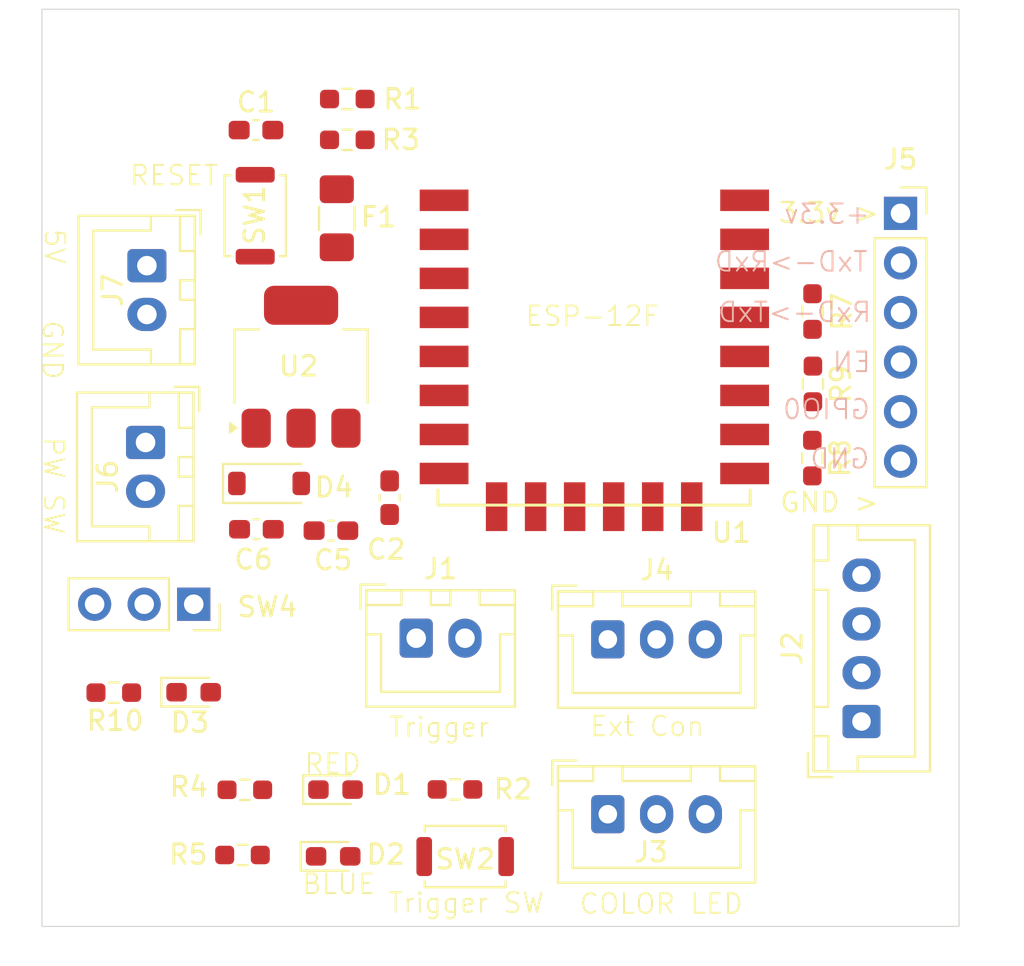
<source format=kicad_pcb>
(kicad_pcb (version 20241229) (generator "pcbnew") (generator_version "9.0")
  (layers (0 "F.Cu" signal) (2 "B.Cu" signal) (13 "F.Paste" user) (15 "B.Paste" user) (5 "F.SilkS" user "F.Silkscreen") (7 "B.SilkS" user "B.Silkscreen") (1 "F.Mask" user) (3 "B.Mask" user) (25 "Edge.Cuts" user))
  (net 0 "")
  (net 2 "GND")
  (net 3 "+3.3V")
  (net 4 "Net-(D1-A)")
  (net 5 "Net-(D2-A)")
  (net 9 "/GPIO14")
  (net 10 "/ADC")
  (net 11 "Net-(D4-A)")
  (net 13 "/GPIO5")
  (net 15 "/GPIO4")
  (net 16 "Net-(J7-Pin_1)")
  (net 17 "Net-(J1-Pin_1)")
  (net 18 "Net-(U1-REST)")
  (net 19 "VCC")
  (net 20 "Net-(U1-GPIO15)")
  (net 21 "Net-(U1-GPIO2)")
  (net 22 "+5V")
  (net 23 "EN")
  (net 24 "Net-(D3-A)")
  (net 25 "Net-(J3-Pin_1)")
  (net 26 "Net-(J3-Pin_3)")
  (net 27 "GPIO0")
  (net 29 "RxD")
  (net 30 "TxD")
  (footprint "Connector_JST:JST_XH_B3B-XH-A_1x03_P2.50mm_Vertical" (layer "F.Cu") (at 124 72.29)
    (property "Reference" "J4" (at 2.5 -3.55 0) (layer "F.SilkS"))
    (property "Value" "Ext_Con")
    (fp_line (start -2.85 -2.75) (end -2.85 -1.5) (stroke (width 0.12)) (layer "F.SilkS"))
    (fp_line (start -2.56 -2.46) (end -2.56 3.51) (stroke (width 0.12)) (layer "F.SilkS"))
    (fp_line (start -2.56 3.51) (end 7.56 3.51) (stroke (width 0.12)) (layer "F.SilkS"))
    (fp_line (start -2.55 -2.45) (end -2.55 -1.7) (stroke (width 0.12)) (layer "F.SilkS"))
    (fp_line (start -2.55 -1.7) (end -0.75 -1.7) (stroke (width 0.12)) (layer "F.SilkS"))
    (fp_line (start -2.55 -0.2) (end -1.8 -0.2) (stroke (width 0.12)) (layer "F.SilkS"))
    (fp_line (start -1.8 -0.2) (end -1.8 2.75) (stroke (width 0.12)) (layer "F.SilkS"))
    (fp_line (start -1.8 2.75) (end 2.5 2.75) (stroke (width 0.12)) (layer "F.SilkS"))
    (fp_line (start -1.6 -2.75) (end -2.85 -2.75) (stroke (width 0.12)) (layer "F.SilkS"))
    (fp_line (start -0.75 -2.45) (end -2.55 -2.45) (stroke (width 0.12)) (layer "F.SilkS"))
    (fp_line (start -0.75 -1.7) (end -0.75 -2.45) (stroke (width 0.12)) (layer "F.SilkS"))
    (fp_line (start 0.75 -2.45) (end 0.75 -1.7) (stroke (width 0.12)) (layer "F.SilkS"))
    (fp_line (start 0.75 -1.7) (end 4.25 -1.7) (stroke (width 0.12)) (layer "F.SilkS"))
    (fp_line (start 4.25 -2.45) (end 0.75 -2.45) (stroke (width 0.12)) (layer "F.SilkS"))
    (fp_line (start 4.25 -1.7) (end 4.25 -2.45) (stroke (width 0.12)) (layer "F.SilkS"))
    (fp_line (start 5.75 -2.45) (end 5.75 -1.7) (stroke (width 0.12)) (layer "F.SilkS"))
    (fp_line (start 5.75 -1.7) (end 7.55 -1.7) (stroke (width 0.12)) (layer "F.SilkS"))
    (fp_line (start 6.8 -0.2) (end 6.8 2.75) (stroke (width 0.12)) (layer "F.SilkS"))
    (fp_line (start 6.8 2.75) (end 2.5 2.75) (stroke (width 0.12)) (layer "F.SilkS"))
    (fp_line (start 7.55 -2.45) (end 5.75 -2.45) (stroke (width 0.12)) (layer "F.SilkS"))
    (fp_line (start 7.55 -1.7) (end 7.55 -2.45) (stroke (width 0.12)) (layer "F.SilkS"))
    (fp_line (start 7.55 -0.2) (end 6.8 -0.2) (stroke (width 0.12)) (layer "F.SilkS"))
    (fp_line (start 7.56 -2.46) (end -2.56 -2.46) (stroke (width 0.12)) (layer "F.SilkS"))
    (fp_line (start 7.56 3.51) (end 7.56 -2.46) (stroke (width 0.12)) (layer "F.SilkS"))
    (pad "1" thru_hole roundrect (at 0 0) (size 1.7 1.95) (drill 0.95) (layers "*.Cu" "*.Mask") (roundrect_rratio 0.147059) (net 9 "/GPIO14"))
    (pad "2" thru_hole oval (at 2.5 0) (size 1.7 1.95) (drill 0.95) (layers "*.Cu" "*.Mask") (net 10 "/ADC"))
    (pad "3" thru_hole oval (at 5 0) (size 1.7 1.95) (drill 0.95) (layers "*.Cu" "*.Mask") (net 2 "GND"))
  )
  (footprint "MountingHole:MountingHole_3.2mm_M3" (layer "F.Cu") (at 139 43)
    (property "Reference" "H2" (hide yes))
    (property "Value" "MountingHole")
    (pad "" np_thru_hole circle (at 0 0) (size 3.2 3.2) (drill 3.2) (layers "*.Cu" "*.Mask"))
  )
  (footprint "MountingHole:MountingHole_3.2mm_M3" (layer "F.Cu") (at 139 84)
    (property "Reference" "H4" (hide yes))
    (property "Value" "MountingHole")
    (pad "" np_thru_hole circle (at 0 0) (size 3.2 3.2) (drill 3.2) (layers "*.Cu" "*.Mask"))
  )
  (footprint "Button_Switch_SMD:SW_Push_SPST_NO_Alps_SKRK" (layer "F.Cu") (at 116.69 83.42)
    (property "Reference" "SW2" (at 0 0.14 0) (layer "F.SilkS"))
    (property "Value" "Trigger SW")
    (fp_line (start -2.07 -1.57) (end 2.07 -1.57) (stroke (width 0.12)) (layer "F.SilkS"))
    (fp_line (start -2.07 -1.27) (end -2.07 -1.57) (stroke (width 0.12)) (layer "F.SilkS"))
    (fp_line (start -2.07 1.57) (end -2.07 1.27) (stroke (width 0.12)) (layer "F.SilkS"))
    (fp_line (start 2.07 -1.57) (end 2.07 -1.27) (stroke (width 0.12)) (layer "F.SilkS"))
    (fp_line (start 2.07 1.27) (end 2.07 1.57) (stroke (width 0.12)) (layer "F.SilkS"))
    (fp_line (start 2.07 1.57) (end -2.07 1.57) (stroke (width 0.12)) (layer "F.SilkS"))
    (pad "1" smd roundrect (at -2.1 0) (size 0.8 2) (layers "F.Cu" "F.Mask" "F.Paste") (net 2 "GND"))
    (pad "2" smd roundrect (at 2.1 0) (size 0.8 2) (layers "F.Cu" "F.Mask" "F.Paste") (net 17 "Net-(J1-Pin_1)"))
  )
  (footprint "Connector_JST:JST_XH_B3B-XH-A_1x03_P2.50mm_Vertical" (layer "F.Cu") (at 124 81.25)
    (property "Reference" "J3" (at 2.22 1.94 0) (layer "F.SilkS"))
    (property "Value" "COLOER_LED")
    (fp_line (start -2.85 -2.75) (end -2.85 -1.5) (stroke (width 0.12)) (layer "F.SilkS"))
    (fp_line (start -2.56 -2.46) (end -2.56 3.51) (stroke (width 0.12)) (layer "F.SilkS"))
    (fp_line (start -2.56 3.51) (end 7.56 3.51) (stroke (width 0.12)) (layer "F.SilkS"))
    (fp_line (start -2.55 -2.45) (end -2.55 -1.7) (stroke (width 0.12)) (layer "F.SilkS"))
    (fp_line (start -2.55 -1.7) (end -0.75 -1.7) (stroke (width 0.12)) (layer "F.SilkS"))
    (fp_line (start -2.55 -0.2) (end -1.8 -0.2) (stroke (width 0.12)) (layer "F.SilkS"))
    (fp_line (start -1.8 -0.2) (end -1.8 2.75) (stroke (width 0.12)) (layer "F.SilkS"))
    (fp_line (start -1.8 2.75) (end 2.5 2.75) (stroke (width 0.12)) (layer "F.SilkS"))
    (fp_line (start -1.6 -2.75) (end -2.85 -2.75) (stroke (width 0.12)) (layer "F.SilkS"))
    (fp_line (start -0.75 -2.45) (end -2.55 -2.45) (stroke (width 0.12)) (layer "F.SilkS"))
    (fp_line (start -0.75 -1.7) (end -0.75 -2.45) (stroke (width 0.12)) (layer "F.SilkS"))
    (fp_line (start 0.75 -2.45) (end 0.75 -1.7) (stroke (width 0.12)) (layer "F.SilkS"))
    (fp_line (start 0.75 -1.7) (end 4.25 -1.7) (stroke (width 0.12)) (layer "F.SilkS"))
    (fp_line (start 4.25 -2.45) (end 0.75 -2.45) (stroke (width 0.12)) (layer "F.SilkS"))
    (fp_line (start 4.25 -1.7) (end 4.25 -2.45) (stroke (width 0.12)) (layer "F.SilkS"))
    (fp_line (start 5.75 -2.45) (end 5.75 -1.7) (stroke (width 0.12)) (layer "F.SilkS"))
    (fp_line (start 5.75 -1.7) (end 7.55 -1.7) (stroke (width 0.12)) (layer "F.SilkS"))
    (fp_line (start 6.8 -0.2) (end 6.8 2.75) (stroke (width 0.12)) (layer "F.SilkS"))
    (fp_line (start 6.8 2.75) (end 2.5 2.75) (stroke (width 0.12)) (layer "F.SilkS"))
    (fp_line (start 7.55 -2.45) (end 5.75 -2.45) (stroke (width 0.12)) (layer "F.SilkS"))
    (fp_line (start 7.55 -1.7) (end 7.55 -2.45) (stroke (width 0.12)) (layer "F.SilkS"))
    (fp_line (start 7.55 -0.2) (end 6.8 -0.2) (stroke (width 0.12)) (layer "F.SilkS"))
    (fp_line (start 7.56 -2.46) (end -2.56 -2.46) (stroke (width 0.12)) (layer "F.SilkS"))
    (fp_line (start 7.56 3.51) (end 7.56 -2.46) (stroke (width 0.12)) (layer "F.SilkS"))
    (pad "1" thru_hole roundrect (at 0 0) (size 1.7 1.95) (drill 0.95) (layers "*.Cu" "*.Mask") (roundrect_rratio 0.147059) (net 25 "Net-(J3-Pin_1)"))
    (pad "2" thru_hole oval (at 2.5 0) (size 1.7 1.95) (drill 0.95) (layers "*.Cu" "*.Mask") (net 2 "GND"))
    (pad "3" thru_hole oval (at 5 0) (size 1.7 1.95) (drill 0.95) (layers "*.Cu" "*.Mask") (net 26 "Net-(J3-Pin_3)"))
  )
  (footprint "Resistor_SMD:R_0603_1608Metric_Pad0.98x0.95mm_HandSolder" (layer "F.Cu") (at 98.6825 75.02)
    (property "Reference" "R10" (at 0.0675 1.44 0) (layer "F.SilkS"))
    (property "Value" "1k")
    (fp_line (start -0.254724 -0.5225) (end 0.254724 -0.5225) (stroke (width 0.12)) (layer "F.SilkS"))
    (fp_line (start -0.254724 0.5225) (end 0.254724 0.5225) (stroke (width 0.12)) (layer "F.SilkS"))
    (pad "1" smd roundrect (at -0.9125 0) (size 0.975 0.95) (layers "F.Cu" "F.Mask" "F.Paste") (net 24 "Net-(D3-A)"))
    (pad "2" smd roundrect (at 0.9125 0) (size 0.975 0.95) (layers "F.Cu" "F.Mask" "F.Paste") (net 22 "+5V"))
  )
  (footprint "Connector_JST:JST_XH_B2B-XH-A_1x02_P2.50mm_Vertical" (layer "F.Cu") (at 114.18 72.23)
    (property "Reference" "J1" (at 1.25 -3.55 0) (layer "F.SilkS"))
    (property "Value" "SW_CON")
    (fp_line (start -2.85 -2.75) (end -2.85 -1.5) (stroke (width 0.12)) (layer "F.SilkS"))
    (fp_line (start -2.56 -2.46) (end -2.56 3.51) (stroke (width 0.12)) (layer "F.SilkS"))
    (fp_line (start -2.56 3.51) (end 5.06 3.51) (stroke (width 0.12)) (layer "F.SilkS"))
    (fp_line (start -2.55 -2.45) (end -2.55 -1.7) (stroke (width 0.12)) (layer "F.SilkS"))
    (fp_line (start -2.55 -1.7) (end -0.75 -1.7) (stroke (width 0.12)) (layer "F.SilkS"))
    (fp_line (start -2.55 -0.2) (end -1.8 -0.2) (stroke (width 0.12)) (layer "F.SilkS"))
    (fp_line (start -1.8 -0.2) (end -1.8 2.75) (stroke (width 0.12)) (layer "F.SilkS"))
    (fp_line (start -1.8 2.75) (end 1.25 2.75) (stroke (width 0.12)) (layer "F.SilkS"))
    (fp_line (start -1.6 -2.75) (end -2.85 -2.75) (stroke (width 0.12)) (layer "F.SilkS"))
    (fp_line (start -0.75 -2.45) (end -2.55 -2.45) (stroke (width 0.12)) (layer "F.SilkS"))
    (fp_line (start -0.75 -1.7) (end -0.75 -2.45) (stroke (width 0.12)) (layer "F.SilkS"))
    (fp_line (start 0.75 -2.45) (end 0.75 -1.7) (stroke (width 0.12)) (layer "F.SilkS"))
    (fp_line (start 0.75 -1.7) (end 1.75 -1.7) (stroke (width 0.12)) (layer "F.SilkS"))
    (fp_line (start 1.75 -2.45) (end 0.75 -2.45) (stroke (width 0.12)) (layer "F.SilkS"))
    (fp_line (start 1.75 -1.7) (end 1.75 -2.45) (stroke (width 0.12)) (layer "F.SilkS"))
    (fp_line (start 3.25 -2.45) (end 3.25 -1.7) (stroke (width 0.12)) (layer "F.SilkS"))
    (fp_line (start 3.25 -1.7) (end 5.05 -1.7) (stroke (width 0.12)) (layer "F.SilkS"))
    (fp_line (start 4.3 -0.2) (end 4.3 2.75) (stroke (width 0.12)) (layer "F.SilkS"))
    (fp_line (start 4.3 2.75) (end 1.25 2.75) (stroke (width 0.12)) (layer "F.SilkS"))
    (fp_line (start 5.05 -2.45) (end 3.25 -2.45) (stroke (width 0.12)) (layer "F.SilkS"))
    (fp_line (start 5.05 -1.7) (end 5.05 -2.45) (stroke (width 0.12)) (layer "F.SilkS"))
    (fp_line (start 5.05 -0.2) (end 4.3 -0.2) (stroke (width 0.12)) (layer "F.SilkS"))
    (fp_line (start 5.06 -2.46) (end -2.56 -2.46) (stroke (width 0.12)) (layer "F.SilkS"))
    (fp_line (start 5.06 3.51) (end 5.06 -2.46) (stroke (width 0.12)) (layer "F.SilkS"))
    (pad "1" thru_hole roundrect (at 0 0) (size 1.7 2) (drill 1) (layers "*.Cu" "*.Mask") (roundrect_rratio 0.147059) (net 17 "Net-(J1-Pin_1)"))
    (pad "2" thru_hole oval (at 2.5 0) (size 1.7 2) (drill 1) (layers "*.Cu" "*.Mask") (net 2 "GND"))
  )
  (footprint "Resistor_SMD:R_0603_1608Metric_Pad0.98x0.95mm_HandSolder" (layer "F.Cu") (at 110.65 46.69)
    (property "Reference" "R3" (at 2.74 0 0) (layer "F.SilkS"))
    (property "Value" "10k")
    (fp_line (start -0.254724 -0.5225) (end 0.254724 -0.5225) (stroke (width 0.12)) (layer "F.SilkS"))
    (fp_line (start -0.254724 0.5225) (end 0.254724 0.5225) (stroke (width 0.12)) (layer "F.SilkS"))
    (pad "1" smd roundrect (at -0.9125 0) (size 0.975 0.95) (layers "F.Cu" "F.Mask" "F.Paste") (net 3 "+3.3V"))
    (pad "2" smd roundrect (at 0.9125 0) (size 0.975 0.95) (layers "F.Cu" "F.Mask" "F.Paste") (net 23 "EN"))
  )
  (footprint "Diode_SMD:D_SOD-123" (layer "F.Cu") (at 106.64 64.3)
    (property "Reference" "D4" (at 3.3225 0.2 0) (layer "F.SilkS"))
    (property "Value" "D_Schottky")
    (fp_line (start -2.36 -1) (end -2.36 1) (stroke (width 0.12)) (layer "F.SilkS"))
    (fp_line (start -2.36 -1) (end 1.65 -1) (stroke (width 0.12)) (layer "F.SilkS"))
    (fp_line (start -2.36 1) (end 1.65 1) (stroke (width 0.12)) (layer "F.SilkS"))
    (pad "1" smd roundrect (at -1.65 0) (size 0.9 1.2) (layers "F.Cu" "F.Mask" "F.Paste") (net 3 "+3.3V"))
    (pad "2" smd roundrect (at 1.65 0) (size 0.9 1.2) (layers "F.Cu" "F.Mask" "F.Paste") (net 11 "Net-(D4-A)"))
  )
  (footprint "Button_Switch_SMD:SW_Push_SPST_NO_Alps_SKRK" (layer "F.Cu") (at 105.93 50.58 90)
    (property "Reference" "SW1" (at 0.03 -0.03 270) (layer "F.SilkS"))
    (property "Value" "RESET")
    (fp_line (start 2.07 -1.57) (end 2.07 -1.27) (stroke (width 0.12)) (layer "F.SilkS"))
    (fp_line (start -2.07 -1.57) (end 2.07 -1.57) (stroke (width 0.12)) (layer "F.SilkS"))
    (fp_line (start -2.07 -1.27) (end -2.07 -1.57) (stroke (width 0.12)) (layer "F.SilkS"))
    (fp_line (start 2.07 1.27) (end 2.07 1.57) (stroke (width 0.12)) (layer "F.SilkS"))
    (fp_line (start 2.07 1.57) (end -2.07 1.57) (stroke (width 0.12)) (layer "F.SilkS"))
    (fp_line (start -2.07 1.57) (end -2.07 1.27) (stroke (width 0.12)) (layer "F.SilkS"))
    (pad "1" smd roundrect (at -2.1 0 90) (size 0.8 2) (layers "F.Cu" "F.Mask" "F.Paste") (net 2 "GND"))
    (pad "2" smd roundrect (at 2.1 0 90) (size 0.8 2) (layers "F.Cu" "F.Mask" "F.Paste") (net 18 "Net-(U1-REST)"))
  )
  (footprint "Capacitor_SMD:C_0603_1608Metric_Pad1.08x0.95mm_HandSolder" (layer "F.Cu") (at 109.81 66.7175 180)
    (property "Reference" "C5" (at -0.11 -1.51 0) (layer "F.SilkS"))
    (property "Value" "22u")
    (fp_line (start -0.146267 0.51) (end 0.146267 0.51) (stroke (width 0.12)) (layer "F.SilkS"))
    (fp_line (start -0.146267 -0.51) (end 0.146267 -0.51) (stroke (width 0.12)) (layer "F.SilkS"))
    (pad "1" smd roundrect (at -0.8625 0 180) (size 1.075 0.95) (layers "F.Cu" "F.Mask" "F.Paste") (net 22 "+5V"))
    (pad "2" smd roundrect (at 0.8625 0 180) (size 1.075 0.95) (layers "F.Cu" "F.Mask" "F.Paste") (net 2 "GND"))
  )
  (footprint "Capacitor_SMD:C_0603_1608Metric_Pad1.08x0.95mm_HandSolder" (layer "F.Cu") (at 105.99 66.6475)
    (property "Reference" "C6" (at -0.146267 1.55 0) (layer "F.SilkS"))
    (property "Value" "22u")
    (fp_line (start -0.146267 -0.51) (end 0.146267 -0.51) (stroke (width 0.12)) (layer "F.SilkS"))
    (fp_line (start -0.146267 0.51) (end 0.146267 0.51) (stroke (width 0.12)) (layer "F.SilkS"))
    (pad "1" smd roundrect (at -0.8625 0) (size 1.075 0.95) (layers "F.Cu" "F.Mask" "F.Paste") (net 3 "+3.3V"))
    (pad "2" smd roundrect (at 0.8625 0) (size 1.075 0.95) (layers "F.Cu" "F.Mask" "F.Paste") (net 2 "GND"))
  )
  (footprint "Package_TO_SOT_SMD:SOT-223-3_TabPin2" (layer "F.Cu") (at 108.28 58.32 90)
    (property "Reference" "U2" (at 0.03 -0.13 180) (layer "F.SilkS"))
    (property "Value" "AMS1117-3.3")
    (fp_line (start 1.91 -3.41) (end 1.91 -2.15) (stroke (width 0.12)) (layer "F.SilkS"))
    (fp_line (start -1.85 -3.41) (end 1.91 -3.41) (stroke (width 0.12)) (layer "F.SilkS"))
    (fp_line (start 1.91 3.41) (end 1.91 2.15) (stroke (width 0.12)) (layer "F.SilkS"))
    (fp_line (start -1.85 3.41) (end 1.91 3.41) (stroke (width 0.12)) (layer "F.SilkS"))
    (fp_poly (pts (xy -3.13 -3.31) (xy -3.37 -3.64) (xy -2.89 -3.64) (xy -3.13 -3.31)) (stroke (width 0.12)) (fill yes) (layer "F.SilkS"))
    (pad "1" smd roundrect (at -3.15 -2.3 90) (size 2 1.5) (layers "F.Cu" "F.Mask" "F.Paste") (net 2 "GND"))
    (pad "2" smd roundrect (at -3.15 0 90) (size 2 1.5) (layers "F.Cu" "F.Mask" "F.Paste") (net 11 "Net-(D4-A)"))
    (pad "2" smd roundrect (at 3.15 0 90) (size 2 3.8) (layers "F.Cu" "F.Mask" "F.Paste") (net 11 "Net-(D4-A)"))
    (pad "3" smd roundrect (at -3.15 2.3 90) (size 2 1.5) (layers "F.Cu" "F.Mask" "F.Paste") (net 22 "+5V"))
  )
  (footprint "Capacitor_SMD:C_0603_1608Metric_Pad1.08x0.95mm_HandSolder" (layer "F.Cu") (at 112.82 65.03 -90)
    (property "Reference" "C2" (at 2.65 0.18 0) (layer "F.SilkS"))
    (property "Value" "0.1u")
    (fp_line (start -0.146267 0.51) (end 0.146267 0.51) (stroke (width 0.12)) (layer "F.SilkS"))
    (fp_line (start -0.146267 -0.51) (end 0.146267 -0.51) (stroke (width 0.12)) (layer "F.SilkS"))
    (pad "1" smd roundrect (at -0.8625 0 270) (size 1.075 0.95) (layers "F.Cu" "F.Mask" "F.Paste") (net 3 "+3.3V"))
    (pad "2" smd roundrect (at 0.8625 0 270) (size 1.075 0.95) (layers "F.Cu" "F.Mask" "F.Paste") (net 2 "GND"))
  )
  (footprint "Capacitor_SMD:C_0603_1608Metric_Pad1.08x0.95mm_HandSolder" (layer "F.Cu") (at 105.97 46.19)
    (property "Reference" "C1" (at 0 -1.43 0) (layer "F.SilkS"))
    (property "Value" "0.1u")
    (fp_line (start -0.146267 -0.51) (end 0.146267 -0.51) (stroke (width 0.12)) (layer "F.SilkS"))
    (fp_line (start -0.146267 0.51) (end 0.146267 0.51) (stroke (width 0.12)) (layer "F.SilkS"))
    (pad "1" smd roundrect (at -0.8625 0) (size 1.075 0.95) (layers "F.Cu" "F.Mask" "F.Paste") (net 18 "Net-(U1-REST)"))
    (pad "2" smd roundrect (at 0.8625 0) (size 1.075 0.95) (layers "F.Cu" "F.Mask" "F.Paste") (net 2 "GND"))
  )
  (footprint "Resistor_SMD:R_0603_1608Metric_Pad0.98x0.95mm_HandSolder" (layer "F.Cu") (at 134.49 55.49 90)
    (property "Reference" "R7" (at 0 1.51 90) (layer "F.SilkS"))
    (property "Value" "10k")
    (fp_line (start -0.254724 -0.5225) (end 0.254724 -0.5225) (stroke (width 0.12)) (layer "F.SilkS"))
    (fp_line (start -0.254724 0.5225) (end 0.254724 0.5225) (stroke (width 0.12)) (layer "F.SilkS"))
    (pad "1" smd roundrect (at -0.9125 0 90) (size 0.975 0.95) (layers "F.Cu" "F.Mask" "F.Paste") (net 3 "+3.3V"))
    (pad "2" smd roundrect (at 0.9125 0 90) (size 0.975 0.95) (layers "F.Cu" "F.Mask" "F.Paste") (net 27 "GPIO0"))
  )
  (footprint "Resistor_SMD:R_0603_1608Metric_Pad0.98x0.95mm_HandSolder" (layer "F.Cu") (at 134.51 59.2 -90)
    (property "Reference" "R9" (at 0 -1.43 90) (layer "F.SilkS"))
    (property "Value" "10k")
    (fp_line (start -0.254724 0.5225) (end 0.254724 0.5225) (stroke (width 0.12)) (layer "F.SilkS"))
    (fp_line (start -0.254724 -0.5225) (end 0.254724 -0.5225) (stroke (width 0.12)) (layer "F.SilkS"))
    (pad "1" smd roundrect (at -0.9125 0 270) (size 0.975 0.95) (layers "F.Cu" "F.Mask" "F.Paste") (net 3 "+3.3V"))
    (pad "2" smd roundrect (at 0.9125 0 270) (size 0.975 0.95) (layers "F.Cu" "F.Mask" "F.Paste") (net 21 "Net-(U1-GPIO2)"))
  )
  (footprint "Resistor_SMD:R_0603_1608Metric_Pad0.98x0.95mm_HandSolder" (layer "F.Cu") (at 110.65 44.6)
    (property "Reference" "R1" (at 2.83 0.01 0) (layer "F.SilkS"))
    (property "Value" "10k")
    (fp_line (start -0.254724 -0.5225) (end 0.254724 -0.5225) (stroke (width 0.12)) (layer "F.SilkS"))
    (fp_line (start -0.254724 0.5225) (end 0.254724 0.5225) (stroke (width 0.12)) (layer "F.SilkS"))
    (pad "1" smd roundrect (at -0.9125 0) (size 0.975 0.95) (layers "F.Cu" "F.Mask" "F.Paste") (net 3 "+3.3V"))
    (pad "2" smd roundrect (at 0.9125 0) (size 0.975 0.95) (layers "F.Cu" "F.Mask" "F.Paste") (net 18 "Net-(U1-REST)"))
  )
  (footprint "MountingHole:MountingHole_3.2mm_M3" (layer "F.Cu") (at 98 43)
    (property "Reference" "H1" (hide yes))
    (property "Value" "MountingHole")
    (pad "" np_thru_hole circle (at 0 0) (size 3.2 3.2) (drill 3.2) (layers "*.Cu" "*.Mask"))
  )
  (footprint "MountingHole:MountingHole_3.2mm_M3" (layer "F.Cu") (at 98 83.91)
    (property "Reference" "H3" (hide yes))
    (property "Value" "MountingHole")
    (pad "" np_thru_hole circle (at 0 0) (size 3.2 3.2) (drill 3.2) (layers "*.Cu" "*.Mask"))
  )
  (footprint "Connector_JST:JST_XH_B2B-XH-A_1x02_P2.50mm_Vertical" (layer "F.Cu") (at 100.31 62.2 -90)
    (property "Reference" "J6" (at 1.75 1.94 90) (layer "F.SilkS"))
    (property "Value" "POWER_SW_CON")
    (fp_line (start -2.56 3.51) (end 5.06 3.51) (stroke (width 0.12)) (layer "F.SilkS"))
    (fp_line (start 5.06 3.51) (end 5.06 -2.46) (stroke (width 0.12)) (layer "F.SilkS"))
    (fp_line (start -1.8 2.75) (end 1.25 2.75) (stroke (width 0.12)) (layer "F.SilkS"))
    (fp_line (start 4.3 2.75) (end 1.25 2.75) (stroke (width 0.12)) (layer "F.SilkS"))
    (fp_line (start -2.55 -0.2) (end -1.8 -0.2) (stroke (width 0.12)) (layer "F.SilkS"))
    (fp_line (start -1.8 -0.2) (end -1.8 2.75) (stroke (width 0.12)) (layer "F.SilkS"))
    (fp_line (start 4.3 -0.2) (end 4.3 2.75) (stroke (width 0.12)) (layer "F.SilkS"))
    (fp_line (start 5.05 -0.2) (end 4.3 -0.2) (stroke (width 0.12)) (layer "F.SilkS"))
    (fp_line (start -2.55 -1.7) (end -0.75 -1.7) (stroke (width 0.12)) (layer "F.SilkS"))
    (fp_line (start -0.75 -1.7) (end -0.75 -2.45) (stroke (width 0.12)) (layer "F.SilkS"))
    (fp_line (start 0.75 -1.7) (end 1.75 -1.7) (stroke (width 0.12)) (layer "F.SilkS"))
    (fp_line (start 1.75 -1.7) (end 1.75 -2.45) (stroke (width 0.12)) (layer "F.SilkS"))
    (fp_line (start 3.25 -1.7) (end 5.05 -1.7) (stroke (width 0.12)) (layer "F.SilkS"))
    (fp_line (start 5.05 -1.7) (end 5.05 -2.45) (stroke (width 0.12)) (layer "F.SilkS"))
    (fp_line (start -2.55 -2.45) (end -2.55 -1.7) (stroke (width 0.12)) (layer "F.SilkS"))
    (fp_line (start -0.75 -2.45) (end -2.55 -2.45) (stroke (width 0.12)) (layer "F.SilkS"))
    (fp_line (start 0.75 -2.45) (end 0.75 -1.7) (stroke (width 0.12)) (layer "F.SilkS"))
    (fp_line (start 1.75 -2.45) (end 0.75 -2.45) (stroke (width 0.12)) (layer "F.SilkS"))
    (fp_line (start 3.25 -2.45) (end 3.25 -1.7) (stroke (width 0.12)) (layer "F.SilkS"))
    (fp_line (start 5.05 -2.45) (end 3.25 -2.45) (stroke (width 0.12)) (layer "F.SilkS"))
    (fp_line (start -2.56 -2.46) (end -2.56 3.51) (stroke (width 0.12)) (layer "F.SilkS"))
    (fp_line (start 5.06 -2.46) (end -2.56 -2.46) (stroke (width 0.12)) (layer "F.SilkS"))
    (fp_line (start -2.85 -2.75) (end -2.85 -1.5) (stroke (width 0.12)) (layer "F.SilkS"))
    (fp_line (start -1.6 -2.75) (end -2.85 -2.75) (stroke (width 0.12)) (layer "F.SilkS"))
    (pad "1" thru_hole roundrect (at 0 0 270) (size 1.7 2) (drill 1) (layers "*.Cu" "*.Mask") (roundrect_rratio 0.147059) (net 22 "+5V"))
    (pad "2" thru_hole oval (at 2.5 0 270) (size 1.7 2) (drill 1) (layers "*.Cu" "*.Mask") (net 19 "VCC"))
  )
  (footprint "ESP8266:ESP-12E_SMD" (layer "F.Cu") (at 116.31 49.79)
    (property "Reference" "U1" (at 14.02 17.03 180) (layer "F.SilkS"))
    (property "Value" "ESP-12F" (hide yes))
    (fp_line (start -1.016 14.859) (end -1.016 15.621) (stroke (width 0.1524)) (layer "F.SilkS"))
    (fp_line (start -1.016 15.621) (end 14.986 15.621) (stroke (width 0.1524)) (layer "F.SilkS"))
    (fp_line (start 14.986 15.621) (end 14.986 14.859) (stroke (width 0.1524)) (layer "F.SilkS"))
    (pad "1" smd rect (at 0 0) (size 2.5 1.1) (drill (offset -0.7 0)) (layers "F.Cu" "F.Mask" "F.Paste") (net 18 "Net-(U1-REST)"))
    (pad "2" smd rect (at 0 2) (size 2.5 1.1) (drill (offset -0.7 0)) (layers "F.Cu" "F.Mask" "F.Paste") (net 10 "/ADC"))
    (pad "3" smd rect (at 0 4) (size 2.5 1.1) (drill (offset -0.7 0)) (layers "F.Cu" "F.Mask" "F.Paste") (net 23 "EN"))
    (pad "4" smd rect (at 0 6) (size 2.5 1.1) (drill (offset -0.7 0)) (layers "F.Cu" "F.Mask" "F.Paste") (net 17 "Net-(J1-Pin_1)"))
    (pad "5" smd rect (at 0 8) (size 2.5 1.1) (drill (offset -0.7 0)) (layers "F.Cu" "F.Mask" "F.Paste") (net 9 "/GPIO14"))
    (pad "6" smd rect (at 0 10) (size 2.5 1.1) (drill (offset -0.7 0)) (layers "F.Cu" "F.Mask" "F.Paste") (net 26 "Net-(J3-Pin_3)"))
    (pad "7" smd rect (at 0 12) (size 2.5 1.1) (drill (offset -0.7 0)) (layers "F.Cu" "F.Mask" "F.Paste") (net 25 "Net-(J3-Pin_1)"))
    (pad "8" smd rect (at 0 14) (size 2.5 1.1) (drill (offset -0.7 0)) (layers "F.Cu" "F.Mask" "F.Paste") (net 3 "+3.3V"))
    (pad "9" smd rect (at 14 14) (size 2.5 1.1) (drill (offset 0.7 0)) (layers "F.Cu" "F.Mask" "F.Paste") (net 2 "GND"))
    (pad "10" smd rect (at 14 12) (size 2.5 1.1) (drill (offset 0.7 0)) (layers "F.Cu" "F.Mask" "F.Paste") (net 20 "Net-(U1-GPIO15)"))
    (pad "11" smd rect (at 14 10) (size 2.5 1.1) (drill (offset 0.7 0)) (layers "F.Cu" "F.Mask" "F.Paste") (net 21 "Net-(U1-GPIO2)"))
    (pad "12" smd rect (at 14 8) (size 2.5 1.1) (drill (offset 0.7 0)) (layers "F.Cu" "F.Mask" "F.Paste") (net 27 "GPIO0"))
    (pad "13" smd rect (at 14 6) (size 2.5 1.1) (drill (offset 0.7 0)) (layers "F.Cu" "F.Mask" "F.Paste") (net 15 "/GPIO4"))
    (pad "14" smd rect (at 14 4) (size 2.5 1.1) (drill (offset 0.7 0)) (layers "F.Cu" "F.Mask" "F.Paste") (net 13 "/GPIO5"))
    (pad "15" smd rect (at 14 2) (size 2.5 1.1) (drill (offset 0.7 0)) (layers "F.Cu" "F.Mask" "F.Paste") (net 29 "RxD"))
    (pad "16" smd rect (at 14 0) (size 2.5 1.1) (drill (offset 0.7 0)) (layers "F.Cu" "F.Mask" "F.Paste") (net 30 "TxD"))
    (pad "17" smd rect (at 1.99 15 90) (size 2.5 1.1) (drill (offset -0.7 0)) (layers "F.Cu" "F.Mask" "F.Paste"))
    (pad "18" smd rect (at 3.99 15 90) (size 2.5 1.1) (drill (offset -0.7 0)) (layers "F.Cu" "F.Mask" "F.Paste"))
    (pad "19" smd rect (at 5.99 15 90) (size 2.5 1.1) (drill (offset -0.7 0)) (layers "F.Cu" "F.Mask" "F.Paste"))
    (pad "20" smd rect (at 7.99 15 90) (size 2.5 1.1) (drill (offset -0.7 0)) (layers "F.Cu" "F.Mask" "F.Paste"))
    (pad "21" smd rect (at 9.99 15 90) (size 2.5 1.1) (drill (offset -0.7 0)) (layers "F.Cu" "F.Mask" "F.Paste"))
    (pad "22" smd rect (at 11.99 15 90) (size 2.5 1.1) (drill (offset -0.7 0)) (layers "F.Cu" "F.Mask" "F.Paste"))
  )
  (footprint "Resistor_SMD:R_0603_1608Metric_Pad0.98x0.95mm_HandSolder" (layer "F.Cu") (at 105.2775 83.34)
    (property "Reference" "R5" (at -2.7775 -0.03 0) (layer "F.SilkS"))
    (property "Value" "1k")
    (fp_line (start -0.254724 -0.5225) (end 0.254724 -0.5225) (stroke (width 0.12)) (layer "F.SilkS"))
    (fp_line (start -0.254724 0.5225) (end 0.254724 0.5225) (stroke (width 0.12)) (layer "F.SilkS"))
    (pad "1" smd roundrect (at -0.9125 0) (size 0.975 0.95) (layers "F.Cu" "F.Mask" "F.Paste") (net 5 "Net-(D2-A)"))
    (pad "2" smd roundrect (at 0.9125 0) (size 0.975 0.95) (layers "F.Cu" "F.Mask" "F.Paste") (net 26 "Net-(J3-Pin_3)"))
  )
  (footprint "LED_SMD:LED_0603_1608Metric_Pad1.05x0.95mm_HandSolder" (layer "F.Cu") (at 102.775 75)
    (property "Reference" "D3" (at -0.195 1.55 0) (layer "F.SilkS"))
    (property "Value" "POWER LED")
    (fp_line (start -1.66 -0.735) (end -1.66 0.735) (stroke (width 0.12)) (layer "F.SilkS"))
    (fp_line (start -1.66 0.735) (end 0.8 0.735) (stroke (width 0.12)) (layer "F.SilkS"))
    (fp_line (start 0.8 -0.735) (end -1.66 -0.735) (stroke (width 0.12)) (layer "F.SilkS"))
    (pad "1" smd roundrect (at -0.875 0) (size 1.05 0.95) (layers "F.Cu" "F.Mask" "F.Paste") (net 2 "GND"))
    (pad "2" smd roundrect (at 0.875 0) (size 1.05 0.95) (layers "F.Cu" "F.Mask" "F.Paste") (net 24 "Net-(D3-A)"))
  )
  (footprint "Resistor_SMD:R_0603_1608Metric_Pad0.98x0.95mm_HandSolder" (layer "F.Cu") (at 116.1675 79.98)
    (property "Reference" "R2" (at 2.9725 -0.01 0) (layer "F.SilkS"))
    (property "Value" "10k")
    (fp_line (start -0.254724 -0.5225) (end 0.254724 -0.5225) (stroke (width 0.12)) (layer "F.SilkS"))
    (fp_line (start -0.254724 0.5225) (end 0.254724 0.5225) (stroke (width 0.12)) (layer "F.SilkS"))
    (pad "1" smd roundrect (at -0.9125 0) (size 0.975 0.95) (layers "F.Cu" "F.Mask" "F.Paste") (net 3 "+3.3V"))
    (pad "2" smd roundrect (at 0.9125 0) (size 0.975 0.95) (layers "F.Cu" "F.Mask" "F.Paste") (net 17 "Net-(J1-Pin_1)"))
  )
  (footprint "LED_SMD:LED_0603_1608Metric_Pad1.05x0.95mm_HandSolder" (layer "F.Cu") (at 110.045 79.99)
    (property "Reference" "D1" (at 2.885 -0.26 0) (layer "F.SilkS"))
    (property "Value" "RED LED")
    (fp_line (start -1.66 -0.735) (end -1.66 0.735) (stroke (width 0.12)) (layer "F.SilkS"))
    (fp_line (start -1.66 0.735) (end 0.8 0.735) (stroke (width 0.12)) (layer "F.SilkS"))
    (fp_line (start 0.8 -0.735) (end -1.66 -0.735) (stroke (width 0.12)) (layer "F.SilkS"))
    (pad "1" smd roundrect (at -0.875 0) (size 1.05 0.95) (layers "F.Cu" "F.Mask" "F.Paste") (net 2 "GND"))
    (pad "2" smd roundrect (at 0.875 0) (size 1.05 0.95) (layers "F.Cu" "F.Mask" "F.Paste") (net 4 "Net-(D1-A)"))
  )
  (footprint "Connector_PinSocket_2.54mm:PinSocket_1x06_P2.54mm_Vertical" (layer "F.Cu") (at 139 50.46)
    (property "Reference" "J5" (at 0 -2.77 0) (layer "F.SilkS"))
    (property "Value" "Downloader_CON")
    (fp_line (start -1.33 1.27) (end -1.33 14.03) (stroke (width 0.12)) (layer "F.SilkS"))
    (fp_line (start -1.33 1.27) (end 1.33 1.27) (stroke (width 0.12)) (layer "F.SilkS"))
    (fp_line (start -1.33 14.03) (end 1.33 14.03) (stroke (width 0.12)) (layer "F.SilkS"))
    (fp_line (start 0 -1.33) (end 1.33 -1.33) (stroke (width 0.12)) (layer "F.SilkS"))
    (fp_line (start 1.33 -1.33) (end 1.33 0) (stroke (width 0.12)) (layer "F.SilkS"))
    (fp_line (start 1.33 1.27) (end 1.33 14.03) (stroke (width 0.12)) (layer "F.SilkS"))
    (pad "1" thru_hole rect (at 0 0) (size 1.7 1.7) (drill 1) (layers "*.Cu" "*.Mask") (net 3 "+3.3V"))
    (pad "2" thru_hole oval (at 0 2.54) (size 1.7 1.7) (drill 1) (layers "*.Cu" "*.Mask") (net 30 "TxD"))
    (pad "3" thru_hole oval (at 0 5.08) (size 1.7 1.7) (drill 1) (layers "*.Cu" "*.Mask") (net 29 "RxD"))
    (pad "4" thru_hole oval (at 0 7.62) (size 1.7 1.7) (drill 1) (layers "*.Cu" "*.Mask") (net 23 "EN"))
    (pad "5" thru_hole oval (at 0 10.16) (size 1.7 1.7) (drill 1) (layers "*.Cu" "*.Mask") (net 27 "GPIO0"))
    (pad "6" thru_hole oval (at 0 12.7) (size 1.7 1.7) (drill 1) (layers "*.Cu" "*.Mask") (net 2 "GND"))
  )
  (footprint "Resistor_SMD:R_0603_1608Metric_Pad0.98x0.95mm_HandSolder" (layer "F.Cu") (at 105.3975 80)
    (property "Reference" "R4" (at -2.8675 -0.15 0) (layer "F.SilkS"))
    (property "Value" "1k")
    (fp_line (start -0.254724 -0.5225) (end 0.254724 -0.5225) (stroke (width 0.12)) (layer "F.SilkS"))
    (fp_line (start -0.254724 0.5225) (end 0.254724 0.5225) (stroke (width 0.12)) (layer "F.SilkS"))
    (pad "1" smd roundrect (at -0.9125 0) (size 0.975 0.95) (layers "F.Cu" "F.Mask" "F.Paste") (net 4 "Net-(D1-A)"))
    (pad "2" smd roundrect (at 0.9125 0) (size 0.975 0.95) (layers "F.Cu" "F.Mask" "F.Paste") (net 25 "Net-(J3-Pin_1)"))
  )
  (footprint "Resistor_SMD:R_0603_1608Metric_Pad0.98x0.95mm_HandSolder" (layer "F.Cu") (at 134.48 63 -90)
    (property "Reference" "R8" (at 0 -1.43 90) (layer "F.SilkS"))
    (property "Value" "10k")
    (fp_line (start -0.254724 0.5225) (end 0.254724 0.5225) (stroke (width 0.12)) (layer "F.SilkS"))
    (fp_line (start -0.254724 -0.5225) (end 0.254724 -0.5225) (stroke (width 0.12)) (layer "F.SilkS"))
    (pad "1" smd roundrect (at -0.9125 0 270) (size 0.975 0.95) (layers "F.Cu" "F.Mask" "F.Paste") (net 20 "Net-(U1-GPIO15)"))
    (pad "2" smd roundrect (at 0.9125 0 270) (size 0.975 0.95) (layers "F.Cu" "F.Mask" "F.Paste") (net 2 "GND"))
  )
  (footprint "Connector_PinSocket_2.54mm:PinSocket_1x03_P2.54mm_Vertical" (layer "F.Cu") (at 102.78 70.49 -90)
    (property "Reference" "SW4" (at 0.14 -3.77 180) (layer "F.SilkS"))
    (property "Value" "SW_SPDT")
    (fp_line (start -1.33 6.41) (end 1.33 6.41) (stroke (width 0.12)) (layer "F.SilkS"))
    (fp_line (start -1.33 1.27) (end -1.33 6.41) (stroke (width 0.12)) (layer "F.SilkS"))
    (fp_line (start -1.33 1.27) (end 1.33 1.27) (stroke (width 0.12)) (layer "F.SilkS"))
    (fp_line (start 1.33 1.27) (end 1.33 6.41) (stroke (width 0.12)) (layer "F.SilkS"))
    (fp_line (start 0 -1.33) (end 1.33 -1.33) (stroke (width 0.12)) (layer "F.SilkS"))
    (fp_line (start 1.33 -1.33) (end 1.33 0) (stroke (width 0.12)) (layer "F.SilkS"))
    (pad "1" thru_hole rect (at 0 0 270) (size 1.7 1.7) (drill 1) (layers "*.Cu" "*.Mask") (net 19 "VCC"))
    (pad "2" thru_hole oval (at 0 2.54 270) (size 1.7 1.7) (drill 1) (layers "*.Cu" "*.Mask") (net 22 "+5V"))
    (pad "3" thru_hole oval (at 0 5.08 270) (size 1.7 1.7) (drill 1) (layers "*.Cu" "*.Mask"))
  )
  (footprint "Connector_JST:JST_XH_B2B-XH-A_1x02_P2.50mm_Vertical" (layer "F.Cu") (at 100.38 53.14 -90)
    (property "Reference" "J7" (at 1.25 1.76 90) (layer "F.SilkS"))
    (property "Value" "POWER_CON")
    (fp_line (start -2.56 3.51) (end 5.06 3.51) (stroke (width 0.12)) (layer "F.SilkS"))
    (fp_line (start 5.06 3.51) (end 5.06 -2.46) (stroke (width 0.12)) (layer "F.SilkS"))
    (fp_line (start -1.8 2.75) (end 1.25 2.75) (stroke (width 0.12)) (layer "F.SilkS"))
    (fp_line (start 4.3 2.75) (end 1.25 2.75) (stroke (width 0.12)) (layer "F.SilkS"))
    (fp_line (start -2.55 -0.2) (end -1.8 -0.2) (stroke (width 0.12)) (layer "F.SilkS"))
    (fp_line (start -1.8 -0.2) (end -1.8 2.75) (stroke (width 0.12)) (layer "F.SilkS"))
    (fp_line (start 4.3 -0.2) (end 4.3 2.75) (stroke (width 0.12)) (layer "F.SilkS"))
    (fp_line (start 5.05 -0.2) (end 4.3 -0.2) (stroke (width 0.12)) (layer "F.SilkS"))
    (fp_line (start -2.55 -1.7) (end -0.75 -1.7) (stroke (width 0.12)) (layer "F.SilkS"))
    (fp_line (start -0.75 -1.7) (end -0.75 -2.45) (stroke (width 0.12)) (layer "F.SilkS"))
    (fp_line (start 0.75 -1.7) (end 1.75 -1.7) (stroke (width 0.12)) (layer "F.SilkS"))
    (fp_line (start 1.75 -1.7) (end 1.75 -2.45) (stroke (width 0.12)) (layer "F.SilkS"))
    (fp_line (start 3.25 -1.7) (end 5.05 -1.7) (stroke (width 0.12)) (layer "F.SilkS"))
    (fp_line (start 5.05 -1.7) (end 5.05 -2.45) (stroke (width 0.12)) (layer "F.SilkS"))
    (fp_line (start -2.55 -2.45) (end -2.55 -1.7) (stroke (width 0.12)) (layer "F.SilkS"))
    (fp_line (start -0.75 -2.45) (end -2.55 -2.45) (stroke (width 0.12)) (layer "F.SilkS"))
    (fp_line (start 0.75 -2.45) (end 0.75 -1.7) (stroke (width 0.12)) (layer "F.SilkS"))
    (fp_line (start 1.75 -2.45) (end 0.75 -2.45) (stroke (width 0.12)) (layer "F.SilkS"))
    (fp_line (start 3.25 -2.45) (end 3.25 -1.7) (stroke (width 0.12)) (layer "F.SilkS"))
    (fp_line (start 5.05 -2.45) (end 3.25 -2.45) (stroke (width 0.12)) (layer "F.SilkS"))
    (fp_line (start -2.56 -2.46) (end -2.56 3.51) (stroke (width 0.12)) (layer "F.SilkS"))
    (fp_line (start 5.06 -2.46) (end -2.56 -2.46) (stroke (width 0.12)) (layer "F.SilkS"))
    (fp_line (start -2.85 -2.75) (end -2.85 -1.5) (stroke (width 0.12)) (layer "F.SilkS"))
    (fp_line (start -1.6 -2.75) (end -2.85 -2.75) (stroke (width 0.12)) (layer "F.SilkS"))
    (pad "1" thru_hole roundrect (at 0 0 270) (size 1.7 2) (drill 1) (layers "*.Cu" "*.Mask") (roundrect_rratio 0.147059) (net 16 "Net-(J7-Pin_1)"))
    (pad "2" thru_hole oval (at 2.5 0 270) (size 1.7 2) (drill 1) (layers "*.Cu" "*.Mask") (net 2 "GND"))
  )
  (footprint "Fuse:Fuse_1206_3216Metric_Pad1.42x1.75mm_HandSolder" (layer "F.Cu") (at 110.11 50.71 -90)
    (property "Reference" "F1" (at -0.06 -2.14 180) (layer "F.SilkS"))
    (property "Value" "350mA")
    (fp_line (start -0.602064 0.91) (end 0.602064 0.91) (stroke (width 0.12)) (layer "F.SilkS"))
    (fp_line (start -0.602064 -0.91) (end 0.602064 -0.91) (stroke (width 0.12)) (layer "F.SilkS"))
    (pad "1" smd roundrect (at -1.4875 0 270) (size 1.425 1.75) (layers "F.Cu" "F.Mask" "F.Paste") (roundrect_rratio 0.175439) (net 16 "Net-(J7-Pin_1)"))
    (pad "2" smd roundrect (at 1.4875 0 270) (size 1.425 1.75) (layers "F.Cu" "F.Mask" "F.Paste") (roundrect_rratio 0.175439) (net 19 "VCC"))
  )
  (footprint "LED_SMD:LED_0603_1608Metric_Pad1.05x0.95mm_HandSolder" (layer "F.Cu") (at 109.925 83.41)
    (property "Reference" "D2" (at 2.695 -0.1 0) (layer "F.SilkS"))
    (property "Value" "BLUE LED")
    (fp_line (start -1.66 -0.735) (end -1.66 0.735) (stroke (width 0.12)) (layer "F.SilkS"))
    (fp_line (start -1.66 0.735) (end 0.8 0.735) (stroke (width 0.12)) (layer "F.SilkS"))
    (fp_line (start 0.8 -0.735) (end -1.66 -0.735) (stroke (width 0.12)) (layer "F.SilkS"))
    (pad "1" smd roundrect (at -0.875 0) (size 1.05 0.95) (layers "F.Cu" "F.Mask" "F.Paste") (net 2 "GND"))
    (pad "2" smd roundrect (at 0.875 0) (size 1.05 0.95) (layers "F.Cu" "F.Mask" "F.Paste") (net 5 "Net-(D2-A)"))
  )
  (footprint "Connector_JST:JST_XH_B4B-XH-A_1x04_P2.50mm_Vertical" (layer "F.Cu") (at 137 76.5 90)
    (property "Reference" "J2" (at 3.75 -3.55 90) (layer "F.SilkS"))
    (property "Value" "OLED")
    (fp_line (start -1.6 -2.75) (end -2.85 -2.75) (stroke (width 0.12)) (layer "F.SilkS"))
    (fp_line (start -2.85 -2.75) (end -2.85 -1.5) (stroke (width 0.12)) (layer "F.SilkS"))
    (fp_line (start 10.06 -2.46) (end -2.56 -2.46) (stroke (width 0.12)) (layer "F.SilkS"))
    (fp_line (start -2.56 -2.46) (end -2.56 3.51) (stroke (width 0.12)) (layer "F.SilkS"))
    (fp_line (start 10.05 -2.45) (end 8.25 -2.45) (stroke (width 0.12)) (layer "F.SilkS"))
    (fp_line (start 8.25 -2.45) (end 8.25 -1.7) (stroke (width 0.12)) (layer "F.SilkS"))
    (fp_line (start 6.75 -2.45) (end 0.75 -2.45) (stroke (width 0.12)) (layer "F.SilkS"))
    (fp_line (start 0.75 -2.45) (end 0.75 -1.7) (stroke (width 0.12)) (layer "F.SilkS"))
    (fp_line (start -0.75 -2.45) (end -2.55 -2.45) (stroke (width 0.12)) (layer "F.SilkS"))
    (fp_line (start -2.55 -2.45) (end -2.55 -1.7) (stroke (width 0.12)) (layer "F.SilkS"))
    (fp_line (start 10.05 -1.7) (end 10.05 -2.45) (stroke (width 0.12)) (layer "F.SilkS"))
    (fp_line (start 8.25 -1.7) (end 10.05 -1.7) (stroke (width 0.12)) (layer "F.SilkS"))
    (fp_line (start 6.75 -1.7) (end 6.75 -2.45) (stroke (width 0.12)) (layer "F.SilkS"))
    (fp_line (start 0.75 -1.7) (end 6.75 -1.7) (stroke (width 0.12)) (layer "F.SilkS"))
    (fp_line (start -0.75 -1.7) (end -0.75 -2.45) (stroke (width 0.12)) (layer "F.SilkS"))
    (fp_line (start -2.55 -1.7) (end -0.75 -1.7) (stroke (width 0.12)) (layer "F.SilkS"))
    (fp_line (start 10.05 -0.2) (end 9.3 -0.2) (stroke (width 0.12)) (layer "F.SilkS"))
    (fp_line (start 9.3 -0.2) (end 9.3 2.75) (stroke (width 0.12)) (layer "F.SilkS"))
    (fp_line (start -1.8 -0.2) (end -1.8 2.75) (stroke (width 0.12)) (layer "F.SilkS"))
    (fp_line (start -2.55 -0.2) (end -1.8 -0.2) (stroke (width 0.12)) (layer "F.SilkS"))
    (fp_line (start 9.3 2.75) (end 3.75 2.75) (stroke (width 0.12)) (layer "F.SilkS"))
    (fp_line (start -1.8 2.75) (end 3.75 2.75) (stroke (width 0.12)) (layer "F.SilkS"))
    (fp_line (start 10.06 3.51) (end 10.06 -2.46) (stroke (width 0.12)) (layer "F.SilkS"))
    (fp_line (start -2.56 3.51) (end 10.06 3.51) (stroke (width 0.12)) (layer "F.SilkS"))
    (pad "1" thru_hole roundrect (at 0 0 90) (size 1.7 1.95) (drill 0.95) (layers "*.Cu" "*.Mask") (roundrect_rratio 0.147059) (net 15 "/GPIO4"))
    (pad "2" thru_hole oval (at 2.5 0 90) (size 1.7 1.95) (drill 0.95) (layers "*.Cu" "*.Mask") (net 13 "/GPIO5"))
    (pad "3" thru_hole oval (at 5 0 90) (size 1.7 1.95) (drill 0.95) (layers "*.Cu" "*.Mask") (net 3 "+3.3V"))
    (pad "4" thru_hole oval (at 7.5 0 90) (size 1.7 1.95) (drill 0.95) (layers "*.Cu" "*.Mask") (net 2 "GND"))
  )
  (gr_rect (start 95 40) (end 142 87) (stroke (width 0.05)) (fill no) (layer "Edge.Cuts"))
  (gr_text "GND" (at 94.95 55.87 270) (layer "F.SilkS") (effects (font (size 1 1) (thickness 0.1)) (justify left bottom)))
  (gr_text "PW SW" (at 95.02 61.85 270) (layer "F.SilkS") (effects (font (size 1 1) (thickness 0.1)) (justify left bottom)))
  (gr_text "ESP-12F" (at 119.72 56.31 0) (layer "F.SilkS") (effects (font (size 1 1) (thickness 0.1)) (justify left bottom)))
  (gr_text "BLUE" (at 108.265 85.42 0) (layer "F.SilkS") (effects (font (size 1 1) (thickness 0.1)) (justify left bottom)))
  (gr_text "Trigger" (at 112.72 77.37 0) (layer "F.SilkS") (effects (font (size 1 1) (thickness 0.1)) (justify left bottom)))
  (gr_text "5V" (at 95.07 51.19 270) (layer "F.SilkS") (effects (font (size 1 1) (thickness 0.1)) (justify left bottom)))
  (gr_text "Ext Con" (at 123.02 77.33 0) (layer "F.SilkS") (effects (font (size 1 1) (thickness 0.1)) (justify left bottom)))
  (gr_text "Trigger SW" (at 112.68 86.38 0) (layer "F.SilkS") (effects (font (size 1 1) (thickness 0.1)) (justify left bottom)))
  (gr_text "3.3v >" (at 132.68 51.01 0) (layer "F.SilkS") (effects (font (size 1 1) (thickness 0.125)) (justify left bottom)))
  (gr_text "COLOR LED" (at 122.48 86.43 0) (layer "F.SilkS") (effects (font (size 1 1) (thickness 0.1)) (justify left bottom)))
  (gr_text "RESET" (at 99.44 49.1 0) (layer "F.SilkS") (effects (font (size 1 1) (thickness 0.1)) (justify left bottom)))
  (gr_text "RED" (at 108.385 79.255 0) (layer "F.SilkS") (effects (font (size 1 1) (thickness 0.1)) (justify left bottom)))
  (gr_text "GND >" (at 132.75 65.85 0) (layer "F.SilkS") (effects (font (size 1 1) (thickness 0.125)) (justify left bottom)))
  (gr_text "GND" (at 137.48 63.62 0) (layer "B.SilkS") (effects (font (size 1 1) (thickness 0.1)) (justify left bottom mirror)))
  (gr_text "TxD->RxD" (at 137.39 53.52 0) (layer "B.SilkS") (effects (font (size 1 1) (thickness 0.1)) (justify left bottom mirror)))
  (gr_text "GPIO0" (at 137.51 61.09 0) (layer "B.SilkS") (effects (font (size 1 1) (thickness 0.1)) (justify left bottom mirror)))
  (gr_text "RxD->TxD" (at 137.57 56.11 0) (layer "B.SilkS") (effects (font (size 1 1) (thickness 0.1)) (justify left bottom mirror)))
  (gr_text "+3.3v" (at 137.48 51.08 0) (layer "B.SilkS") (effects (font (size 1 1) (thickness 0.1)) (justify left bottom mirror)))
  (gr_text "EN" (at 137.54 58.67 0) (layer "B.SilkS") (effects (font (size 1 1) (thickness 0.1)) (justify left bottom mirror)))
)
</source>
